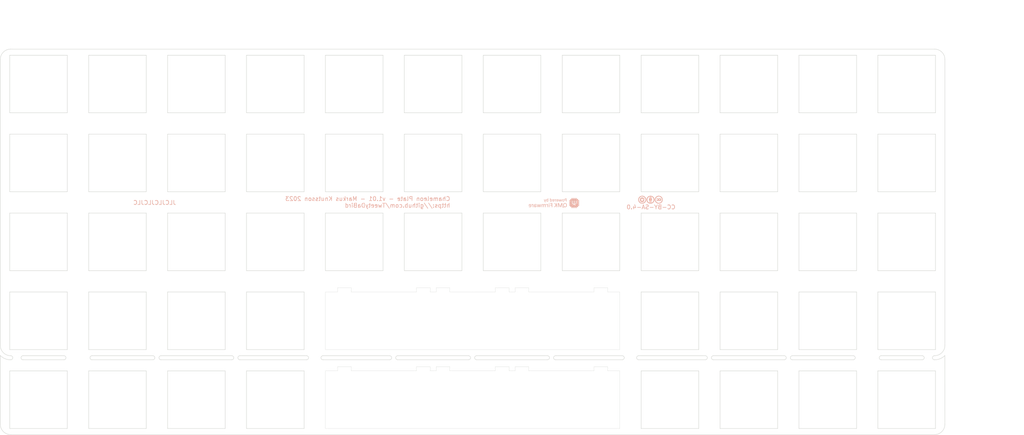
<source format=kicad_pcb>
(kicad_pcb (version 20221018) (generator pcbnew)
  (title_block (title "Chameleon Plate") (date "2023-09-24") (rev "v1.01") (company "Tweety's Wild Thinking") (comment 1 "Markus Knutsson <markus.knutsson@tweety.se>") (comment 2 "https://github.com/TweetyDaBird") (comment 3 "Licensed under Creative Commons BY-SA 4.0 International "))
  (layers (0 "F.Cu" signal) (31 "B.Cu" signal) (34 "B.Paste" user) (35 "F.Paste" user) (36 "B.SilkS" user "B.Silkscreen") (37 "F.SilkS" user "F.Silkscreen") (38 "B.Mask" user) (39 "F.Mask" user) (44 "Edge.Cuts" user))
  (net 0 "")
  (footprint "Keyboard_Plate:SW_MX_Plate_Placeholder_nodrill_NOBORDER_13,9" (layer "F.Cu") (at 61.18 92.08)
    (fp_text reference "SW26" hide)
    (fp_text value "~" hide)
    (fp_line (start -6.95 -6.95) (end -6.95 6.95) (stroke (width 0.1)) (layer "Edge.Cuts"))
    (fp_line (start -6.95 6.95) (end 6.95 6.95) (stroke (width 0.1)) (layer "Edge.Cuts"))
    (fp_line (start 6.95 -6.95) (end -6.95 -6.95) (stroke (width 0.1)) (layer "Edge.Cuts"))
    (fp_line (start 6.95 6.95) (end 6.95 -6.95) (stroke (width 0.1)) (layer "Edge.Cuts"))
  )
  (footprint "Keyboard Common:Spacer PCB hole" (layer "F.Cu") (at 51.655 63.505)
    (fp_text reference "H6" hide)
    (fp_text value "Spacer_PCB" hide)
    (pad "" np_thru_hole circle (at 0 0) (size 3.7 3.7) (drill 3.7) (layers "*.Cu" "*.Mask"))
  )
  (footprint "Keyboard_Plate:SW_MX_Plate_Placeholder_nodrill_NOBORDER_13,9" (layer "F.Cu") (at 213.58 73.03)
    (fp_text reference "SW22" hide)
    (fp_text value "~" hide)
    (fp_line (start -6.95 -6.95) (end -6.95 6.95) (stroke (width 0.1)) (layer "Edge.Cuts"))
    (fp_line (start -6.95 6.95) (end 6.95 6.95) (stroke (width 0.1)) (layer "Edge.Cuts"))
    (fp_line (start 6.95 -6.95) (end -6.95 -6.95) (stroke (width 0.1)) (layer "Edge.Cuts"))
    (fp_line (start 6.95 6.95) (end 6.95 -6.95) (stroke (width 0.1)) (layer "Edge.Cuts"))
  )
  (footprint "Keyboard_Plate:SW_MX_Plate_Placeholder_nodrill_NOBORDER_13,9" (layer "F.Cu") (at 213.58 53.98)
    (fp_text reference "SW10" hide)
    (fp_text value "~" hide)
    (fp_line (start -6.95 -6.95) (end -6.95 6.95) (stroke (width 0.1)) (layer "Edge.Cuts"))
    (fp_line (start -6.95 6.95) (end 6.95 6.95) (stroke (width 0.1)) (layer "Edge.Cuts"))
    (fp_line (start 6.95 -6.95) (end -6.95 -6.95) (stroke (width 0.1)) (layer "Edge.Cuts"))
    (fp_line (start 6.95 6.95) (end 6.95 -6.95) (stroke (width 0.1)) (layer "Edge.Cuts"))
  )
  (footprint "Keyboard_Plate:SW_MX_Plate_Placeholder_nodrill_NOBORDER_13,9" (layer "F.Cu") (at 61.18 111.13)
    (fp_text reference "SW38" hide)
    (fp_text value "~" hide)
    (fp_line (start -6.95 -6.95) (end -6.95 6.95) (stroke (width 0.1)) (layer "Edge.Cuts"))
    (fp_line (start -6.95 6.95) (end 6.95 6.95) (stroke (width 0.1)) (layer "Edge.Cuts"))
    (fp_line (start 6.95 -6.95) (end -6.95 -6.95) (stroke (width 0.1)) (layer "Edge.Cuts"))
    (fp_line (start 6.95 6.95) (end 6.95 -6.95) (stroke (width 0.1)) (layer "Edge.Cuts"))
  )
  (footprint "Keyboard_Plate:SW_MX_Plate_Placeholder_nodrill_NOBORDER_13,9" (layer "F.Cu") (at 42.13 53.98)
    (fp_text reference "SW1" hide)
    (fp_text value "~" hide)
    (fp_line (start -6.95 -6.95) (end -6.95 6.95) (stroke (width 0.1)) (layer "Edge.Cuts"))
    (fp_line (start -6.95 6.95) (end 6.95 6.95) (stroke (width 0.1)) (layer "Edge.Cuts"))
    (fp_line (start 6.95 -6.95) (end -6.95 -6.95) (stroke (width 0.1)) (layer "Edge.Cuts"))
    (fp_line (start 6.95 6.95) (end 6.95 -6.95) (stroke (width 0.1)) (layer "Edge.Cuts"))
  )
  (footprint "Keyboard_Plate:SW_MX_Plate_Placeholder_nodrill_NOBORDER_13,9" (layer "F.Cu") (at 194.53 130.18)
    (fp_text reference "SW57" hide)
    (fp_text value "~" hide)
    (fp_line (start -6.95 -6.95) (end -6.95 6.95) (stroke (width 0.1)) (layer "Edge.Cuts"))
    (fp_line (start -6.95 6.95) (end 6.95 6.95) (stroke (width 0.1)) (layer "Edge.Cuts"))
    (fp_line (start 6.95 -6.95) (end -6.95 -6.95) (stroke (width 0.1)) (layer "Edge.Cuts"))
    (fp_line (start 6.95 6.95) (end 6.95 -6.95) (stroke (width 0.1)) (layer "Edge.Cuts"))
  )
  (footprint "Keyboard_Plate:SW_MX_Plate_Placeholder_nodrill_NOBORDER_13,9" (layer "F.Cu") (at 194.53 111.13)
    (fp_text reference "SW45" hide)
    (fp_text value "~" hide)
    (fp_line (start -6.95 -6.95) (end -6.95 6.95) (stroke (width 0.1)) (layer "Edge.Cuts"))
    (fp_line (start -6.95 6.95) (end 6.95 6.95) (stroke (width 0.1)) (layer "Edge.Cuts"))
    (fp_line (start 6.95 -6.95) (end -6.95 -6.95) (stroke (width 0.1)) (layer "Edge.Cuts"))
    (fp_line (start 6.95 6.95) (end 6.95 -6.95) (stroke (width 0.1)) (layer "Edge.Cuts"))
  )
  (footprint "Keyboard_Plate:SW_MX_Plate_Placeholder_nodrill_NOBORDER_13,9" (layer "F.Cu") (at 118.33 92.08)
    (fp_text reference "SW29" hide)
    (fp_text value "~" hide)
    (fp_line (start -6.95 -6.95) (end -6.95 6.95) (stroke (width 0.1)) (layer "Edge.Cuts"))
    (fp_line (start -6.95 6.95) (end 6.95 6.95) (stroke (width 0.1)) (layer "Edge.Cuts"))
    (fp_line (start 6.95 -6.95) (end -6.95 -6.95) (stroke (width 0.1)) (layer "Edge.Cuts"))
    (fp_line (start 6.95 6.95) (end 6.95 -6.95) (stroke (width 0.1)) (layer "Edge.Cuts"))
  )
  (footprint "Keyboard_Plate:SW_MX_Plate_Placeholder_nodrill_NOBORDER_13,9" (layer "F.Cu") (at 251.68 92.08)
    (fp_text reference "SW36" hide)
    (fp_text value "~" hide)
    (fp_line (start -6.95 -6.95) (end -6.95 6.95) (stroke (width 0.1)) (layer "Edge.Cuts"))
    (fp_line (start -6.95 6.95) (end 6.95 6.95) (stroke (width 0.1)) (layer "Edge.Cuts"))
    (fp_line (start 6.95 -6.95) (end -6.95 -6.95) (stroke (width 0.1)) (layer "Edge.Cuts"))
    (fp_line (start 6.95 6.95) (end 6.95 -6.95) (stroke (width 0.1)) (layer "Edge.Cuts"))
  )
  (footprint "Keyboard_Plate:SW_MX_Plate_Placeholder_nodrill_NOBORDER_13,9" (layer "F.Cu") (at 194.53 53.98)
    (fp_text reference "SW9" hide)
    (fp_text value "~" hide)
    (fp_line (start -6.95 -6.95) (end -6.95 6.95) (stroke (width 0.1)) (layer "Edge.Cuts"))
    (fp_line (start -6.95 6.95) (end 6.95 6.95) (stroke (width 0.1)) (layer "Edge.Cuts"))
    (fp_line (start 6.95 -6.95) (end -6.95 -6.95) (stroke (width 0.1)) (layer "Edge.Cuts"))
    (fp_line (start 6.95 6.95) (end 6.95 -6.95) (stroke (width 0.1)) (layer "Edge.Cuts"))
  )
  (footprint "Keyboard_Plate:SW_MX_Plate_Placeholder_nodrill_NOBORDER_13,9" (layer "F.Cu") (at 251.68 111.13)
    (fp_text reference "SW48" hide)
    (fp_text value "~" hide)
    (fp_line (start -6.95 -6.95) (end -6.95 6.95) (stroke (width 0.1)) (layer "Edge.Cuts"))
    (fp_line (start -6.95 6.95) (end 6.95 6.95) (stroke (width 0.1)) (layer "Edge.Cuts"))
    (fp_line (start 6.95 -6.95) (end -6.95 -6.95) (stroke (width 0.1)) (layer "Edge.Cuts"))
    (fp_line (start 6.95 6.95) (end 6.95 -6.95) (stroke (width 0.1)) (layer "Edge.Cuts"))
  )
  (footprint "Keyboard_Plate:SW_MX_Plate_Placeholder_nodrill_NOBORDER_13,9" (layer "F.Cu") (at 232.63 130.18)
    (fp_text reference "SW59" hide)
    (fp_text value "~" hide)
    (fp_line (start -6.95 -6.95) (end -6.95 6.95) (stroke (width 0.1)) (layer "Edge.Cuts"))
    (fp_line (start -6.95 6.95) (end 6.95 6.95) (stroke (width 0.1)) (layer "Edge.Cuts"))
    (fp_line (start 6.95 -6.95) (end -6.95 -6.95) (stroke (width 0.1)) (layer "Edge.Cuts"))
    (fp_line (start 6.95 6.95) (end 6.95 -6.95) (stroke (width 0.1)) (layer "Edge.Cuts"))
  )
  (footprint "Keyboard Common:Spacer PCB hole" (layer "F.Cu") (at 242.155 101.605)
    (fp_text reference "H8" hide)
    (fp_text value "Spacer_PCB" hide)
    (pad "" np_thru_hole circle (at 0 0) (size 3.7 3.7) (drill 3.7) (layers "*.Cu" "*.Mask"))
  )
  (footprint "Keyboard_Plate:SW_MX_Plate_Placeholder_nodrill_NOBORDER_13,9" (layer "F.Cu") (at 137.38 92.08)
    (fp_text reference "SW30" hide)
    (fp_text value "~" hide)
    (fp_line (start -6.95 -6.95) (end -6.95 6.95) (stroke (width 0.1)) (layer "Edge.Cuts"))
    (fp_line (start -6.95 6.95) (end 6.95 6.95) (stroke (width 0.1)) (layer "Edge.Cuts"))
    (fp_line (start 6.95 -6.95) (end -6.95 -6.95) (stroke (width 0.1)) (layer "Edge.Cuts"))
    (fp_line (start 6.95 6.95) (end 6.95 -6.95) (stroke (width 0.1)) (layer "Edge.Cuts"))
  )
  (footprint "Keyboard_Plate:SW_MX_Plate_Placeholder_nodrill_NOBORDER_13,9" (layer "F.Cu") (at 156.43 73.03)
    (fp_text reference "SW19" hide)
    (fp_text value "~" hide)
    (fp_line (start -6.95 -6.95) (end -6.95 6.95) (stroke (width 0.1)) (layer "Edge.Cuts"))
    (fp_line (start -6.95 6.95) (end 6.95 6.95) (stroke (width 0.1)) (layer "Edge.Cuts"))
    (fp_line (start 6.95 -6.95) (end -6.95 -6.95) (stroke (width 0.1)) (layer "Edge.Cuts"))
    (fp_line (start 6.95 6.95) (end 6.95 -6.95) (stroke (width 0.1)) (layer "Edge.Cuts"))
  )
  (footprint "Keyboard_Plate:SW_MX_Plate_Placeholder_nodrill_NOBORDER_13,9" (layer "F.Cu") (at 175.48 53.98)
    (fp_text reference "SW8" hide)
    (fp_text value "~" hide)
    (fp_line (start -6.95 -6.95) (end -6.95 6.95) (stroke (width 0.1)) (layer "Edge.Cuts"))
    (fp_line (start -6.95 6.95) (end 6.95 6.95) (stroke (width 0.1)) (layer "Edge.Cuts"))
    (fp_line (start 6.95 -6.95) (end -6.95 -6.95) (stroke (width 0.1)) (layer "Edge.Cuts"))
    (fp_line (start 6.95 6.95) (end 6.95 -6.95) (stroke (width 0.1)) (layer "Edge.Cuts"))
  )
  (footprint "Keyboard Common:Spacer PCB hole" (layer "F.Cu") (at 242.155 82.555)
    (fp_text reference "H4" hide)
    (fp_text value "Spacer_PCB" hide)
    (pad "" np_thru_hole circle (at 0 0) (size 3.7 3.7) (drill 3.7) (layers "*.Cu" "*.Mask"))
  )
  (footprint "Keyboard_Plate:SW_MX_Plate_Placeholder_nodrill_NOBORDER_13,9" (layer "F.Cu") (at 232.63 73.03)
    (fp_text reference "SW23" hide)
    (fp_text value "~" hide)
    (fp_line (start -6.95 -6.95) (end -6.95 6.95) (stroke (width 0.1)) (layer "Edge.Cuts"))
    (fp_line (start -6.95 6.95) (end 6.95 6.95) (stroke (width 0.1)) (layer "Edge.Cuts"))
    (fp_line (start 6.95 -6.95) (end -6.95 -6.95) (stroke (width 0.1)) (layer "Edge.Cuts"))
    (fp_line (start 6.95 6.95) (end 6.95 -6.95) (stroke (width 0.1)) (layer "Edge.Cuts"))
  )
  (footprint "Keyboard_Plate:SW_MX_Plate_Placeholder_nodrill_NOBORDER_13,9" (layer "F.Cu") (at 156.43 53.98)
    (fp_text reference "SW7" hide)
    (fp_text value "~" hide)
    (fp_line (start -6.95 -6.95) (end -6.95 6.95) (stroke (width 0.1)) (layer "Edge.Cuts"))
    (fp_line (start -6.95 6.95) (end 6.95 6.95) (stroke (width 0.1)) (layer "Edge.Cuts"))
    (fp_line (start 6.95 -6.95) (end -6.95 -6.95) (stroke (width 0.1)) (layer "Edge.Cuts"))
    (fp_line (start 6.95 6.95) (end 6.95 -6.95) (stroke (width 0.1)) (layer "Edge.Cuts"))
  )
  (footprint "Keyboard_Plate:SW_MX_Plate_Placeholder_nodrill_NOBORDER_13,9" (layer "F.Cu") (at 80.23 130.18)
    (fp_text reference "SW51" hide)
    (fp_text value "~" hide)
    (fp_line (start -6.95 -6.95) (end -6.95 6.95) (stroke (width 0.1)) (layer "Edge.Cuts"))
    (fp_line (start -6.95 6.95) (end 6.95 6.95) (stroke (width 0.1)) (layer "Edge.Cuts"))
    (fp_line (start 6.95 -6.95) (end -6.95 -6.95) (stroke (width 0.1)) (layer "Edge.Cuts"))
    (fp_line (start 6.95 6.95) (end 6.95 -6.95) (stroke (width 0.1)) (layer "Edge.Cuts"))
  )
  (footprint "Keyboard_Plate:SW_MX_Plate_Placeholder_nodrill_NOBORDER_13,9" (layer "F.Cu") (at 118.33 53.98)
    (fp_text reference "SW5" hide)
    (fp_text value "~" hide)
    (fp_line (start -6.95 -6.95) (end -6.95 6.95) (stroke (width 0.1)) (layer "Edge.Cuts"))
    (fp_line (start -6.95 6.95) (end 6.95 6.95) (stroke (width 0.1)) (layer "Edge.Cuts"))
    (fp_line (start 6.95 -6.95) (end -6.95 -6.95) (stroke (width 0.1)) (layer "Edge.Cuts"))
    (fp_line (start 6.95 6.95) (end 6.95 -6.95) (stroke (width 0.1)) (layer "Edge.Cuts"))
  )
  (footprint "Keyboard_Plate:SW_MX_Plate_Placeholder_nodrill_NOBORDER_13,9" (layer "F.Cu") (at 213.58 92.08)
    (fp_text reference "SW34" hide)
    (fp_text value "~" hide)
    (fp_line (start -6.95 -6.95) (end -6.95 6.95) (stroke (width 0.1)) (layer "Edge.Cuts"))
    (fp_line (start -6.95 6.95) (end 6.95 6.95) (stroke (width 0.1)) (layer "Edge.Cuts"))
    (fp_line (start 6.95 -6.95) (end -6.95 -6.95) (stroke (width 0.1)) (layer "Edge.Cuts"))
    (fp_line (start 6.95 6.95) (end 6.95 -6.95) (stroke (width 0.1)) (layer "Edge.Cuts"))
  )
  (footprint "Keyboard_Plate:SW_MX_Plate_Placeholder_nodrill_NOBORDER_13,9" (layer "F.Cu") (at 42.13 92.08)
    (fp_text reference "SW25" hide)
    (fp_text value "~" hide)
    (fp_line (start -6.95 -6.95) (end -6.95 6.95) (stroke (width 0.1)) (layer "Edge.Cuts"))
    (fp_line (start -6.95 6.95) (end 6.95 6.95) (stroke (width 0.1)) (layer "Edge.Cuts"))
    (fp_line (start 6.95 -6.95) (end -6.95 -6.95) (stroke (width 0.1)) (layer "Edge.Cuts"))
    (fp_line (start 6.95 6.95) (end 6.95 -6.95) (stroke (width 0.1)) (layer "Edge.Cuts"))
  )
  (footprint "Keyboard_Plate:SW_MX_Plate_Placeholder_nodrill_NOBORDER_13,9" (layer "F.Cu") (at 137.38 53.98)
    (fp_text reference "SW6" hide)
    (fp_text value "~" hide)
    (fp_line (start -6.95 -6.95) (end -6.95 6.95) (stroke (width 0.1)) (layer "Edge.Cuts"))
    (fp_line (start -6.95 6.95) (end 6.95 6.95) (stroke (width 0.1)) (layer "Edge.Cuts"))
    (fp_line (start 6.95 -6.95) (end -6.95 -6.95) (stroke (width 0.1)) (layer "Edge.Cuts"))
    (fp_line (start 6.95 6.95) (end 6.95 -6.95) (stroke (width 0.1)) (layer "Edge.Cuts"))
  )
  (footprint "Keyboard_Plate:SW_MX_Plate_Placeholder_nodrill_NOBORDER_13,9" (layer "F.Cu") (at 42.13 111.13)
    (fp_text reference "SW37" hide)
    (fp_text value "~" hide)
    (fp_line (start -6.95 -6.95) (end -6.95 6.95) (stroke (width 0.1)) (layer "Edge.Cuts"))
    (fp_line (start -6.95 6.95) (end 6.95 6.95) (stroke (width 0.1)) (layer "Edge.Cuts"))
    (fp_line (start 6.95 -6.95) (end -6.95 -6.95) (stroke (width 0.1)) (layer "Edge.Cuts"))
    (fp_line (start 6.95 6.95) (end 6.95 -6.95) (stroke (width 0.1)) (layer "Edge.Cuts"))
  )
  (footprint "Keyboard_Plate:SW_MX_Plate_Placeholder_nodrill_NOBORDER_13,9" (layer "F.Cu") (at 213.58 130.18)
    (fp_text reference "SW58" hide)
    (fp_text value "~" hide)
    (fp_line (start -6.95 -6.95) (end -6.95 6.95) (stroke (width 0.1)) (layer "Edge.Cuts"))
    (fp_line (start -6.95 6.95) (end 6.95 6.95) (stroke (width 0.1)) (layer "Edge.Cuts"))
    (fp_line (start 6.95 -6.95) (end -6.95 -6.95) (stroke (width 0.1)) (layer "Edge.Cuts"))
    (fp_line (start 6.95 6.95) (end 6.95 -6.95) (stroke (width 0.1)) (layer "Edge.Cuts"))
  )
  (footprint "Keyboard_Plate:SW_MX_Plate_Placeholder_nodrill_NOBORDER_13,9" (layer "F.Cu") (at 175.48 73.03)
    (fp_text reference "SW20" hide)
    (fp_text value "~" hide)
    (fp_line (start -6.95 -6.95) (end -6.95 6.95) (stroke (width 0.1)) (layer "Edge.Cuts"))
    (fp_line (start -6.95 6.95) (end 6.95 6.95) (stroke (width 0.1)) (layer "Edge.Cuts"))
    (fp_line (start 6.95 -6.95) (end -6.95 -6.95) (stroke (width 0.1)) (layer "Edge.Cuts"))
    (fp_line (start 6.95 6.95) (end 6.95 -6.95) (stroke (width 0.1)) (layer "Edge.Cuts"))
  )
  (footprint "Keyboard_Plate:SW_MX_Plate_Placeholder_nodrill_NOBORDER_13,9" (layer "F.Cu") (at 251.68 73.03)
    (fp_text reference "SW24" hide)
    (fp_text value "~" hide)
    (fp_line (start -6.95 -6.95) (end -6.95 6.95) (stroke (width 0.1)) (layer "Edge.Cuts"))
    (fp_line (start -6.95 6.95) (end 6.95 6.95) (stroke (width 0.1)) (layer "Edge.Cuts"))
    (fp_line (start 6.95 -6.95) (end -6.95 -6.95) (stroke (width 0.1)) (layer "Edge.Cuts"))
    (fp_line (start 6.95 6.95) (end 6.95 -6.95) (stroke (width 0.1)) (layer "Edge.Cuts"))
  )
  (footprint "Keyboard_Plate:SW_MX_Plate_Placeholder_nodrill_NOBORDER_13,9" (layer "F.Cu") (at 61.18 130.18)
    (fp_text reference "SW50" hide)
    (fp_text value "~" hide)
    (fp_line (start -6.95 -6.95) (end -6.95 6.95) (stroke (width 0.1)) (layer "Edge.Cuts"))
    (fp_line (start -6.95 6.95) (end 6.95 6.95) (stroke (width 0.1)) (layer "Edge.Cuts"))
    (fp_line (start 6.95 -6.95) (end -6.95 -6.95) (stroke (width 0.1)) (layer "Edge.Cuts"))
    (fp_line (start 6.95 6.95) (end 6.95 -6.95) (stroke (width 0.1)) (layer "Edge.Cuts"))
  )
  (footprint "Keyboard_Plate:SW_MX_Plate_Placeholder_nodrill_NOBORDER_13,9" (layer "F.Cu") (at 232.63 53.98)
    (fp_text reference "SW11" hide)
    (fp_text value "~" hide)
    (fp_line (start -6.95 -6.95) (end -6.95 6.95) (stroke (width 0.1)) (layer "Edge.Cuts"))
    (fp_line (start -6.95 6.95) (end 6.95 6.95) (stroke (width 0.1)) (layer "Edge.Cuts"))
    (fp_line (start 6.95 -6.95) (end -6.95 -6.95) (stroke (width 0.1)) (layer "Edge.Cuts"))
    (fp_line (start 6.95 6.95) (end 6.95 -6.95) (stroke (width 0.1)) (layer "Edge.Cuts"))
  )
  (footprint "Keyboard Common:Spacer PCB hole" (layer "F.Cu") (at 51.655 82.555)
    (fp_text reference "H1" hide)
    (fp_text value "Spacer_PCB" hide)
    (pad "" np_thru_hole circle (at 0 0) (size 3.7 3.7) (drill 3.7) (layers "*.Cu" "*.Mask"))
  )
  (footprint "Keyboard_Plate:SW_MX_Plate_Placeholder_nodrill_NOBORDER_13,9" (layer "F.Cu") (at 137.38 73.03)
    (fp_text reference "SW18" hide)
    (fp_text value "~" hide)
    (fp_line (start -6.95 -6.95) (end -6.95 6.95) (stroke (width 0.1)) (layer "Edge.Cuts"))
    (fp_line (start -6.95 6.95) (end 6.95 6.95) (stroke (width 0.1)) (layer "Edge.Cuts"))
    (fp_line (start 6.95 -6.95) (end -6.95 -6.95) (stroke (width 0.1)) (layer "Edge.Cuts"))
    (fp_line (start 6.95 6.95) (end 6.95 -6.95) (stroke (width 0.1)) (layer "Edge.Cuts"))
  )
  (footprint "Keyboard_Plate:SW_MX_Plate_Placeholder_nodrill_NOBORDER_13,9" (layer "F.Cu") (at 80.23 111.13)
    (fp_text reference "SW39" hide)
    (fp_text value "~" hide)
    (fp_line (start -6.95 -6.95) (end -6.95 6.95) (stroke (width 0.1)) (layer "Edge.Cuts"))
    (fp_line (start -6.95 6.95) (end 6.95 6.95) (stroke (width 0.1)) (layer "Edge.Cuts"))
    (fp_line (start 6.95 -6.95) (end -6.95 -6.95) (stroke (width 0.1)) (layer "Edge.Cuts"))
    (fp_line (start 6.95 6.95) (end 6.95 -6.95) (stroke (width 0.1)) (layer "Edge.Cuts"))
  )
  (footprint "Keyboard_Plate:SW_MX_Plate_Placeholder_nodrill_NOBORDER_13,9" (layer "F.Cu") (at 99.28 73.03)
    (fp_text reference "SW16" hide)
    (fp_text value "~" hide)
    (fp_line (start -6.95 -6.95) (end -6.95 6.95) (stroke (width 0.1)) (layer "Edge.Cuts"))
    (fp_line (start -6.95 6.95) (end 6.95 6.95) (stroke (width 0.1)) (layer "Edge.Cuts"))
    (fp_line (start 6.95 -6.95) (end -6.95 -6.95) (stroke (width 0.1)) (layer "Edge.Cuts"))
    (fp_line (start 6.95 6.95) (end 6.95 -6.95) (stroke (width 0.1)) (layer "Edge.Cuts"))
  )
  (footprint "Keyboard Common:Spacer PCB hole" (layer "F.Cu") (at 51.655 120.655)
    (fp_text reference "H2" hide)
    (fp_text value "Spacer_PCB" hide)
    (pad "" np_thru_hole circle (at 0 0) (size 3.7 3.7) (drill 3.7) (layers "*.Cu" "*.Mask"))
  )
  (footprint "Keyboard Common:Spacer PCB hole" (layer "F.Cu") (at 242.155 120.655)
    (fp_text reference "H5" hide)
    (fp_text value "Spacer_PCB" hide)
    (pad "" np_thru_hole circle (at 0 0) (size 3.7 3.7) (drill 3.7) (layers "*.Cu" "*.Mask"))
  )
  (footprint "Keyboard_Plate:SW_MX_Plate_Placeholder_nodrill_NOBORDER_13,9" (layer "F.Cu") (at 175.48 92.08)
    (fp_text reference "SW32" hide)
    (fp_text value "~" hide)
    (fp_line (start -6.95 -6.95) (end -6.95 6.95) (stroke (width 0.1)) (layer "Edge.Cuts"))
    (fp_line (start -6.95 6.95) (end 6.95 6.95) (stroke (width 0.1)) (layer "Edge.Cuts"))
    (fp_line (start 6.95 -6.95) (end -6.95 -6.95) (stroke (width 0.1)) (layer "Edge.Cuts"))
    (fp_line (start 6.95 6.95) (end 6.95 -6.95) (stroke (width 0.1)) (layer "Edge.Cuts"))
  )
  (footprint "Keyboard_Plate:SW_MX_Plate_Placeholder_nodrill_NOBORDER_13,9" (layer "F.Cu") (at 232.63 111.13)
    (fp_text reference "SW47" hide)
    (fp_text value "~" hide)
    (fp_line (start -6.95 -6.95) (end -6.95 6.95) (stroke (width 0.1)) (layer "Edge.Cuts"))
    (fp_line (start -6.95 6.95) (end 6.95 6.95) (stroke (width 0.1)) (layer "Edge.Cuts"))
    (fp_line (start 6.95 -6.95) (end -6.95 -6.95) (stroke (width 0.1)) (layer "Edge.Cuts"))
    (fp_line (start 6.95 6.95) (end 6.95 -6.95) (stroke (width 0.1)) (layer "Edge.Cuts"))
  )
  (footprint "Keyboard_Plate:SW_MX_Plate_Placeholder_nodrill_NOBORDER_13,9" (layer "F.Cu") (at 42.13 130.18)
    (fp_text reference "SW49" hide)
    (fp_text value "~" hide)
    (fp_line (start -6.95 -6.95) (end -6.95 6.95) (stroke (width 0.1)) (layer "Edge.Cuts"))
    (fp_line (start -6.95 6.95) (end 6.95 6.95) (stroke (width 0.1)) (layer "Edge.Cuts"))
    (fp_line (start 6.95 -6.95) (end -6.95 -6.95) (stroke (width 0.1)) (layer "Edge.Cuts"))
    (fp_line (start 6.95 6.95) (end 6.95 -6.95) (stroke (width 0.1)) (layer "Edge.Cuts"))
  )
  (footprint "Keyboard_Plate:SW_MX_Plate_Placeholder_nodrill_NOBORDER_13,9" (layer "F.Cu") (at 194.53 92.08)
    (fp_text reference "SW33" hide)
    (fp_text value "~" hide)
    (fp_line (start -6.95 -6.95) (end -6.95 6.95) (stroke (width 0.1)) (layer "Edge.Cuts"))
    (fp_line (start -6.95 6.95) (end 6.95 6.95) (stroke (width 0.1)) (layer "Edge.Cuts"))
    (fp_line (start 6.95 -6.95) (end -6.95 -6.95) (stroke (width 0.1)) (layer "Edge.Cuts"))
    (fp_line (start 6.95 6.95) (end 6.95 -6.95) (stroke (width 0.1)) (layer "Edge.Cuts"))
  )
  (footprint "Keyboard Common:Spacer PCB hole" (layer "F.Cu") (at 51.655 101.605)
    (fp_text reference "H10" hide)
    (fp_text value "Spacer_PCB" hide)
    (pad "" np_thru_hole circle (at 0 0) (size 3.7 3.7) (drill 3.7) (layers "*.Cu" "*.Mask"))
  )
  (footprint "Keyboard_Plate:SW_MX_Plate_Placeholder_nodrill_NOBORDER_13,9" (layer "F.Cu") (at 99.28 92.08)
    (fp_text reference "SW28" hide)
    (fp_text value "~" hide)
    (fp_line (start -6.95 -6.95) (end -6.95 6.95) (stroke (width 0.1)) (layer "Edge.Cuts"))
    (fp_line (start -6.95 6.95) (end 6.95 6.95) (stroke (width 0.1)) (layer "Edge.Cuts"))
    (fp_line (start 6.95 -6.95) (end -6.95 -6.95) (stroke (width 0.1)) (layer "Edge.Cuts"))
    (fp_line (start 6.95 6.95) (end 6.95 -6.95) (stroke (width 0.1)) (layer "Edge.Cuts"))
  )
  (footprint "Keyboard_Plate:SW_MX_Plate_Placeholder_nodrill_NOBORDER_13,9" (layer "F.Cu") (at 251.68 130.18)
    (fp_text reference "SW60" hide)
    (fp_text value "~" hide)
    (fp_line (start -6.95 -6.95) (end -6.95 6.95) (stroke (width 0.1)) (layer "Edge.Cuts"))
    (fp_line (start -6.95 6.95) (end 6.95 6.95) (stroke (width 0.1)) (layer "Edge.Cuts"))
    (fp_line (start 6.95 -6.95) (end -6.95 -6.95) (stroke (width 0.1)) (layer "Edge.Cuts"))
    (fp_line (start 6.95 6.95) (end 6.95 -6.95) (stroke (width 0.1)) (layer "Edge.Cuts"))
  )
  (footprint "Keyboard Common:Spacer PCB hole" (layer "F.Cu") (at 242.155 63.505)
    (fp_text reference "H7" hide)
    (fp_text value "Spacer_PCB" hide)
    (pad "" np_thru_hole circle (at 0 0) (size 3.7 3.7) (drill 3.7) (layers "*.Cu" "*.Mask"))
  )
  (footprint "Keyboard_Plate:SW_MX_Plate_Placeholder_nodrill_NOBORDER_13,9" (layer "F.Cu") (at 61.18 73.03)
    (fp_text reference "SW14" hide)
    (fp_text value "~" hide)
    (fp_line (start -6.95 -6.95) (end -6.95 6.95) (stroke (width 0.1)) (layer "Edge.Cuts"))
    (fp_line (start -6.95 6.95) (end 6.95 6.95) (stroke (width 0.1)) (layer "Edge.Cuts"))
    (fp_line (start 6.95 -6.95) (end -6.95 -6.95) (stroke (width 0.1)) (layer "Edge.Cuts"))
    (fp_line (start 6.95 6.95) (end 6.95 -6.95) (stroke (width 0.1)) (layer "Edge.Cuts"))
  )
  (footprint "Keyboard_Plate:SW_MX_Plate_Placeholder_nodrill_NOBORDER_13,9" (layer "F.Cu") (at 251.68 53.98)
    (fp_text reference "SW12" hide)
    (fp_text value "~" hide)
    (fp_line (start -6.95 -6.95) (end -6.95 6.95) (stroke (width 0.1)) (layer "Edge.Cuts"))
    (fp_line (start -6.95 6.95) (end 6.95 6.95) (stroke (width 0.1)) (layer "Edge.Cuts"))
    (fp_line (start 6.95 -6.95) (end -6.95 -6.95) (stroke (width 0.1)) (layer "Edge.Cuts"))
    (fp_line (start 6.95 6.95) (end 6.95 -6.95) (stroke (width 0.1)) (layer "Edge.Cuts"))
  )
  (footprint "Keyboard_Plate:Special 4u center" (layer "F.Cu") (at 146.905 130.18 180)
    (fp_text reference "SW62" hide)
    (fp_text value "~")
    (fp_line (start -35.525 -6.95) (end -35.525 6.95) (stroke (width 0.05)) (layer "Edge.Cuts"))
    (fp_line (start -35.525 -6.95) (end 35.525 -6.95) (stroke (width 0.05)) (layer "Edge.Cuts"))
    (fp_line (start -35.525 6.95) (end -32.6 6.95) (stroke (width 0.05)) (layer "Edge.Cuts"))
    (fp_line (start -32.6 7.97) (end -32.6 6.95) (stroke (width 0.05)) (layer "Edge.Cuts"))
    (fp_line (start -29.3 6.95) (end -13.55 6.95) (stroke (width 0.05)) (layer "Edge.Cuts"))
    (fp_line (start -29.3 7.97) (end -32.6 7.97) (stroke (width 0.05)) (layer "Edge.Cuts"))
    (fp_line (start -29.3 7.97) (end -29.3 6.95) (stroke (width 0.05)) (layer "Edge.Cuts"))
    (fp_line (start -13.55 7.97) (end -13.55 6.95) (stroke (width 0.05)) (layer "Edge.Cuts"))
    (fp_line (start -10.25 7.97) (end -13.55 7.97) (stroke (width 0.05)) (layer "Edge.Cuts"))
    (fp_line (start -10.25 7.97) (end -10.25 6.95) (stroke (width 0.05)) (layer "Edge.Cuts"))
    (fp_line (start -8.8 6.95) (end -10.25 6.95) (stroke (width 0.05)) (layer "Edge.Cuts"))
    (fp_line (start -8.8 7.97) (end -8.8 6.95) (stroke (width 0.05)) (layer "Edge.Cuts"))
    (fp_line (start -8.8 7.97) (end -5.5 7.97) (stroke (width 0.05)) (layer "Edge.Cuts"))
    (fp_line (start -5.5 6.95) (end 5.5 6.95) (stroke (width 0.05)) (layer "Edge.Cuts"))
    (fp_line (start -5.5 7.97) (end -5.5 6.95) (stroke (width 0.05)) (layer "Edge.Cuts"))
    (fp_line (start 5.5 7.97) (end 5.5 6.95) (stroke (width 0.05)) (layer "Edge.Cuts"))
    (fp_line (start 5.5 7.97) (end 8.8 7.97) (stroke (width 0.05)) (layer "Edge.Cuts"))
    (fp_line (start 8.8 7.97) (end 8.8 6.95) (stroke (width 0.05)) (layer "Edge.Cuts"))
    (fp_line (start 10.25 6.95) (end 8.8 6.95) (stroke (width 0.05)) (layer "Edge.Cuts"))
    (fp_line (start 10.25 7.97) (end 10.25 6.95) (stroke (width 0.05)) (layer "Edge.Cuts"))
    (fp_line (start 10.25 7.97) (end 13.55 7.97) (stroke (width 0.05)) (layer "Edge.Cuts"))
    (fp_line (start 13.55 6.95) (end 29.3 6.95) (stroke (width 0.05)) (layer "Edge.Cuts"))
    (fp_line (start 13.55 7.97) (end 13.55 6.95) (stroke (width 0.05)) (layer "Edge.Cuts"))
    (fp_line (start 29.3 7.97) (end 29.3 6.95) (stroke (width 0.05)) (layer "Edge.Cuts"))
    (fp_line (start 29.3 7.97) (end 32.6 7.97) (stroke (width 0.05)) (layer "Edge.Cuts"))
    (fp_line (start 32.6 7.97) (end 32.6 6.95) (stroke (width 0.05)) (layer "Edge.Cuts"))
    (fp_line (start 35.525 6.95) (end 32.6 6.95) (stroke (width 0.05)) (layer "Edge.Cuts"))
    (fp_line (start 35.525 6.95) (end 35.525 -6.95) (stroke (width 0.05)) (layer "Edge.Cuts"))
  )
  (footprint "Keyboard_Plate:SW_MX_Plate_Placeholder_nodrill_NOBORDER_13,9" (layer "F.Cu") (at 80.23 53.98 180)
    (fp_text reference "SW3" hide)
    (fp_text value "~" hide)
    (fp_line (start -6.95 -6.95) (end -6.95 6.95) (stroke (width 0.1)) (layer "Edge.Cuts"))
    (fp_line (start -6.95 6.95) (end 6.95 6.95) (stroke (width 0.1)) (layer "Edge.Cuts"))
    (fp_line (start 6.95 -6.95) (end -6.95 -6.95) (stroke (width 0.1)) (layer "Edge.Cuts"))
    (fp_line (start 6.95 6.95) (end 6.95 -6.95) (stroke (width 0.1)) (layer "Edge.Cuts"))
  )
  (footprint "Keyboard_Plate:SW_MX_Plate_Placeholder_nodrill_NOBORDER_13,9" (layer "F.Cu") (at 42.13 73.03)
    (fp_text reference "SW13" hide)
    (fp_text value "~" hide)
    (fp_line (start -6.95 -6.95) (end -6.95 6.95) (stroke (width 0.1)) (layer "Edge.Cuts"))
    (fp_line (start -6.95 6.95) (end 6.95 6.95) (stroke (width 0.1)) (layer "Edge.Cuts"))
    (fp_line (start 6.95 -6.95) (end -6.95 -6.95) (stroke (width 0.1)) (layer "Edge.Cuts"))
    (fp_line (start 6.95 6.95) (end 6.95 -6.95) (stroke (width 0.1)) (layer "Edge.Cuts"))
  )
  (footprint "Keyboard_Plate:SW_MX_Plate_Placeholder_nodrill_NOBORDER_13,9" (layer "F.Cu") (at 61.18 53.98 180)
    (fp_text reference "SW2" hide)
    (fp_text value "~" hide)
    (fp_line (start -6.95 -6.95) (end -6.95 6.95) (stroke (width 0.1)) (layer "Edge.Cuts"))
    (fp_line (start -6.95 6.95) (end 6.95 6.95) (stroke (width 0.1)) (layer "Edge.Cuts"))
    (fp_line (start 6.95 -6.95) (end -6.95 -6.95) (stroke (width 0.1)) (layer "Edge.Cuts"))
    (fp_line (start 6.95 6.95) (end 6.95 -6.95) (stroke (width 0.1)) (layer "Edge.Cuts"))
  )
  (footprint "Keyboard_Plate:SW_MX_Plate_Placeholder_nodrill_NOBORDER_13,9" (layer "F.Cu") (at 194.53 73.03)
    (fp_text reference "SW21" hide)
    (fp_text value "~" hide)
    (fp_line (start -6.95 -6.95) (end -6.95 6.95) (stroke (width 0.1)) (layer "Edge.Cuts"))
    (fp_line (start -6.95 6.95) (end 6.95 6.95) (stroke (width 0.1)) (layer "Edge.Cuts"))
    (fp_line (start 6.95 -6.95) (end -6.95 -6.95) (stroke (width 0.1)) (layer "Edge.Cuts"))
    (fp_line (start 6.95 6.95) (end 6.95 -6.95) (stroke (width 0.1)) (layer "Edge.Cuts"))
  )
  (footprint "Keyboard_Plate:Special 4u center" (layer "F.Cu") (at 146.905 111.13 180)
    (fp_text reference "SW65" hide)
    (fp_text value "~")
    (fp_line (start -35.525 -6.95) (end -35.525 6.95) (stroke (width 0.05)) (layer "Edge.Cuts"))
    (fp_line (start -35.525 -6.95) (end 35.525 -6.95) (stroke (width 0.05)) (layer "Edge.Cuts"))
    (fp_line (start -35.525 6.95) (end -32.6 6.95) (stroke (width 0.05)) (layer "Edge.Cuts"))
    (fp_line (start -32.6 7.97) (end -32.6 6.95) (stroke (width 0.05)) (layer "Edge.Cuts"))
    (fp_line (start -29.3 6.95) (end -13.55 6.95) (stroke (width 0.05)) (layer "Edge.Cuts"))
    (fp_line (start -29.3 7.97) (end -32.6 7.97) (stroke (width 0.05)) (layer "Edge.Cuts"))
    (fp_line (start -29.3 7.97) (end -29.3 6.95) (stroke (width 0.05)) (layer "Edge.Cuts"))
    (fp_line (start -13.55 7.97) (end -13.55 6.95) (stroke (width 0.05)) (layer "Edge.Cuts"))
    (fp_line (start -10.25 7.97) (end -13.55 7.97) (stroke (width 0.05)) (layer "Edge.Cuts"))
    (fp_line (start -10.25 7.97) (end -10.25 6.95) (stroke (width 0.05)) (layer "Edge.Cuts"))
    (fp_line (start -8.8 6.95) (end -10.25 6.95) (stroke (width 0.05)) (layer "Edge.Cuts"))
    (fp_line (start -8.8 7.97) (end -8.8 6.95) (stroke (width 0.05)) (layer "Edge.Cuts"))
    (fp_line (start -8.8 7.97) (end -5.5 7.97) (stroke (width 0.05)) (layer "Edge.Cuts"))
    (fp_line (start -5.5 6.95) (end 5.5 6.95) (stroke (width 0.05)) (layer "Edge.Cuts"))
    (fp_line (start -5.5 7.97) (end -5.5 6.95) (stroke (width 0.05)) (layer "Edge.Cuts"))
    (fp_line (start 5.5 7.97) (end 5.5 6.95) (stroke (width 0.05)) (layer "Edge.Cuts"))
    (fp_line (start 5.5 7.97) (end 8.8 7.97) (stroke (width 0.05)) (layer "Edge.Cuts"))
    (fp_line (start 8.8 7.97) (end 8.8 6.95) (stroke (width 0.05)) (layer "Edge.Cuts"))
    (fp_line (start 10.25 6.95) (end 8.8 6.95) (stroke (width 0.05)) (layer "Edge.Cuts"))
    (fp_line (start 10.25 7.97) (end 10.25 6.95) (stroke (width 0.05)) (layer "Edge.Cuts"))
    (fp_line (start 10.25 7.97) (end 13.55 7.97) (stroke (width 0.05)) (layer "Edge.Cuts"))
    (fp_line (start 13.55 6.95) (end 29.3 6.95) (stroke (width 0.05)) (layer "Edge.Cuts"))
    (fp_line (start 13.55 7.97) (end 13.55 6.95) (stroke (width 0.05)) (layer "Edge.Cuts"))
    (fp_line (start 29.3 7.97) (end 29.3 6.95) (stroke (width 0.05)) (layer "Edge.Cuts"))
    (fp_line (start 29.3 7.97) (end 32.6 7.97) (stroke (width 0.05)) (layer "Edge.Cuts"))
    (fp_line (start 32.6 7.97) (end 32.6 6.95) (stroke (width 0.05)) (layer "Edge.Cuts"))
    (fp_line (start 35.525 6.95) (end 32.6 6.95) (stroke (width 0.05)) (layer "Edge.Cuts"))
    (fp_line (start 35.525 6.95) (end 35.525 -6.95) (stroke (width 0.05)) (layer "Edge.Cuts"))
  )
  (footprint "Keyboard_Plate:SW_MX_Plate_Placeholder_nodrill_NOBORDER_13,9" (layer "F.Cu") (at 213.58 111.13)
    (fp_text reference "SW46" hide)
    (fp_text value "~" hide)
    (fp_line (start -6.95 -6.95) (end -6.95 6.95) (stroke (width 0.1)) (layer "Edge.Cuts"))
    (fp_line (start -6.95 6.95) (end 6.95 6.95) (stroke (width 0.1)) (layer "Edge.Cuts"))
    (fp_line (start 6.95 -6.95) (end -6.95 -6.95) (stroke (width 0.1)) (layer "Edge.Cuts"))
    (fp_line (start 6.95 6.95) (end 6.95 -6.95) (stroke (width 0.1)) (layer "Edge.Cuts"))
  )
  (footprint "Keyboard_Plate:SW_MX_Plate_Placeholder_nodrill_NOBORDER_13,9" (layer "F.Cu") (at 118.33 73.03)
    (fp_text reference "SW17" hide)
    (fp_text value "~" hide)
    (fp_line (start -6.95 -6.95) (end -6.95 6.95) (stroke (width 0.1)) (layer "Edge.Cuts"))
    (fp_line (start -6.95 6.95) (end 6.95 6.95) (stroke (width 0.1)) (layer "Edge.Cuts"))
    (fp_line (start 6.95 -6.95) (end -6.95 -6.95) (stroke (width 0.1)) (layer "Edge.Cuts"))
    (fp_line (start 6.95 6.95) (end 6.95 -6.95) (stroke (width 0.1)) (layer "Edge.Cuts"))
  )
  (footprint "Keyboard_Plate:SW_MX_Plate_Placeholder_nodrill_NOBORDER_13,9" (layer "F.Cu") (at 80.23 92.08)
    (fp_text reference "SW27" hide)
    (fp_text value "~" hide)
    (fp_line (start -6.95 -6.95) (end -6.95 6.95) (stroke (width 0.1)) (layer "Edge.Cuts"))
    (fp_line (start -6.95 6.95) (end 6.95 6.95) (stroke (width 0.1)) (layer "Edge.Cuts"))
    (fp_line (start 6.95 -6.95) (end -6.95 -6.95) (stroke (width 0.1)) (layer "Edge.Cuts"))
    (fp_line (start 6.95 6.95) (end 6.95 -6.95) (stroke (width 0.1)) (layer "Edge.Cuts"))
  )
  (footprint "Keyboard_Plate:SW_MX_Plate_Placeholder_nodrill_NOBORDER_13,9" (layer "F.Cu") (at 99.28 111.13)
    (fp_text reference "SW40" hide)
    (fp_text value "~" hide)
    (fp_line (start -6.95 -6.95) (end -6.95 6.95) (stroke (width 0.1)) (layer "Edge.Cuts"))
    (fp_line (start -6.95 6.95) (end 6.95 6.95) (stroke (width 0.1)) (layer "Edge.Cuts"))
    (fp_line (start 6.95 -6.95) (end -6.95 -6.95) (stroke (width 0.1)) (layer "Edge.Cuts"))
    (fp_line (start 6.95 6.95) (end 6.95 -6.95) (stroke (width 0.1)) (layer "Edge.Cuts"))
  )
  (footprint "Keyboard Common:Spacer PCB hole" (layer "F.Cu") (at 146.905 82.555)
    (fp_text reference "H9" hide)
    (fp_text value "Spacer_PCB" hide)
    (pad "" np_thru_hole circle (at 0 0) (size 3.7 3.7) (drill 3.7) (layers "*.Cu" "*.Mask"))
  )
  (footprint "Keyboard_Plate:SW_MX_Plate_Placeholder_nodrill_NOBORDER_13,9" (layer "F.Cu") (at 232.63 92.08)
    (fp_text reference "SW35" hide)
    (fp_text value "~" hide)
    (fp_line (start -6.95 -6.95) (end -6.95 6.95) (stroke (width 0.1)) (layer "Edge.Cuts"))
    (fp_line (start -6.95 6.95) (end 6.95 6.95) (stroke (width 0.1)) (layer "Edge.Cuts"))
    (fp_line (start 6.95 -6.95) (end -6.95 -6.95) (stroke (width 0.1)) (layer "Edge.Cuts"))
    (fp_line (start 6.95 6.95) (end 6.95 -6.95) (stroke (width 0.1)) (layer "Edge.Cuts"))
  )
  (footprint "Keyboard Common:Spacer PCB hole" (layer "F.Cu") (at 146.905 101.605)
    (fp_text reference "H3" hide)
    (fp_text value "Spacer_PCB" hide)
    (pad "" np_thru_hole circle (at 0 0) (size 3.7 3.7) (drill 3.7) (layers "*.Cu" "*.Mask"))
  )
  (footprint "Keyboard_Plate:SW_MX_Plate_Placeholder_nodrill_NOBORDER_13,9" (layer "F.Cu") (at 99.28 53.98)
    (fp_text reference "SW4" hide)
    (fp_text value "~" hide)
    (fp_line (start -6.95 -6.95) (end -6.95 6.95) (stroke (width 0.1)) (layer "Edge.Cuts"))
    (fp_line (start -6.95 6.95) (end 6.95 6.95) (stroke (width 0.1)) (layer "Edge.Cuts"))
    (fp_line (start 6.95 -6.95) (end -6.95 -6.95) (stroke (width 0.1)) (layer "Edge.Cuts"))
    (fp_line (start 6.95 6.95) (end 6.95 -6.95) (stroke (width 0.1)) (layer "Edge.Cuts"))
  )
  (footprint "Keyboard_Plate:SW_MX_Plate_Placeholder_nodrill_NOBORDER_13,9" (layer "F.Cu") (at 80.23 73.03)
    (fp_text reference "SW15" hide)
    (fp_text value "~" hide)
    (fp_line (start -6.95 -6.95) (end -6.95 6.95) (stroke (width 0.1)) (layer "Edge.Cuts"))
    (fp_line (start -6.95 6.95) (end 6.95 6.95) (stroke (width 0.1)) (layer "Edge.Cuts"))
    (fp_line (start 6.95 -6.95) (end -6.95 -6.95) (stroke (width 0.1)) (layer "Edge.Cuts"))
    (fp_line (start 6.95 6.95) (end 6.95 -6.95) (stroke (width 0.1)) (layer "Edge.Cuts"))
  )
  (footprint "Keyboard_Plate:SW_MX_Plate_Placeholder_nodrill_NOBORDER_13,9" (layer "F.Cu") (at 156.43 92.08)
    (fp_text reference "SW31" hide)
    (fp_text value "~" hide)
    (fp_line (start -6.95 -6.95) (end -6.95 6.95) (stroke (width 0.1)) (layer "Edge.Cuts"))
    (fp_line (start -6.95 6.95) (end 6.95 6.95) (stroke (width 0.1)) (layer "Edge.Cuts"))
    (fp_line (start 6.95 -6.95) (end -6.95 -6.95) (stroke (width 0.1)) (layer "Edge.Cuts"))
    (fp_line (start 6.95 6.95) (end 6.95 -6.95) (stroke (width 0.1)) (layer "Edge.Cuts"))
  )
  (footprint "Keyboard_Plate:SW_MX_Plate_Placeholder_nodrill_NOBORDER_13,9" (layer "F.Cu") (at 99.28 130.18)
    (fp_text reference "SW52" hide)
    (fp_text value "~" hide)
    (fp_line (start -6.95 -6.95) (end -6.95 6.95) (stroke (width 0.1)) (layer "Edge.Cuts"))
    (fp_line (start -6.95 6.95) (end 6.95 6.95) (stroke (width 0.1)) (layer "Edge.Cuts"))
    (fp_line (start 6.95 -6.95) (end -6.95 -6.95) (stroke (width 0.1)) (layer "Edge.Cuts"))
    (fp_line (start 6.95 6.95) (end 6.95 -6.95) (stroke (width 0.1)) (layer "Edge.Cuts"))
  )
  (footprint "Logotypes:CC_BY_SA_40_tiny" (layer "B.Cu") (at 189.84 81.91 180)
    (fp_text reference "Logo1" hide)
    (fp_text value "CC-BY-SA-4.0" hide)
    (fp_text user "CC-BY-SA-4.0" (at -6.1 -2.36 unlocked) (layer "B.SilkS") (effects (font (thickness 0.153) bold) (justify left bottom mirror)))
  )
  (footprint "Logotypes:Powered_by_QMK" (layer "B.Cu") (at 166.533982 82.694188 180)
    (fp_text reference "Logo2" hide)
    (fp_text value "QMK_Logo" hide)
  )
  (gr_line (start 260.905 136.105) (end 260.902214 119.517214) (stroke (width 0.1)) (layer "Edge.Cuts"))
  (gr_arc (start 38.405 120.555) (mid 37.905 120.055) (end 38.405 119.555) (stroke (width 0.1)) (layer "Edge.Cuts"))
  (gr_arc (start 35.405 138.605) (mid 33.637233 137.872767) (end 32.905 136.105) (stroke (width 0.1)) (layer "Edge.Cuts"))
  (gr_line (start 255.405 120.555) (end 245.555 120.554999) (stroke (width 0.1)) (layer "Edge.Cuts"))
  (gr_line (start 126.855 119.555) (end 110.805 119.555) (stroke (width 0.1)) (layer "Edge.Cuts"))
  (gr_line (start 32.905 117.055) (end 32.905 48.055) (stroke (width 0.1)) (layer "Edge.Cuts"))
  (gr_arc (start 245.555 120.555) (mid 245.055 120.055) (end 245.555 119.555) (stroke (width 0.1)) (layer "Edge.Cuts"))
  (gr_arc (start 164.955 119.555) (mid 165.455 120.055) (end 164.955 120.555) (stroke (width 0.1)) (layer "Edge.Cuts"))
  (gr_line (start 183.005 120.555) (end 166.955 120.555) (stroke (width 0.1)) (layer "Edge.Cuts"))
  (gr_line (start 106.805 120.555) (end 90.755 120.555) (stroke (width 0.1)) (layer "Edge.Cuts"))
  (gr_arc (start 110.805 120.555) (mid 110.305 120.055) (end 110.805 119.555) (stroke (width 0.1)) (layer "Edge.Cuts"))
  (gr_arc (start 260.905 117.055) (mid 260.172767 118.822767) (end 258.405 119.555) (stroke (width 0.1)) (layer "Edge.Cuts"))
  (gr_arc (start 203.055 119.555) (mid 203.555 120.055) (end 203.055 120.555) (stroke (width 0.1)) (layer "Edge.Cuts"))
  (gr_arc (start 106.805 119.555) (mid 107.305 120.055) (end 106.805 120.555) (stroke (width 0.1)) (layer "Edge.Cuts"))
  (gr_arc (start 35.405 119.555) (mid 33.637233 118.822767) (end 32.905 117.055) (stroke (width 0.1)) (layer "Edge.Cuts"))
  (gr_line (start 238.755 120.555) (end 224.105 120.555) (stroke (width 0.1)) (layer "Edge.Cuts"))
  (gr_line (start 145.905 119.555) (end 128.855 119.555) (stroke (width 0.1)) (layer "Edge.Cuts"))
  (gr_arc (start 260.902214 119.517214) (mid 259.756507 120.28371) (end 258.405 120.554999) (stroke (width 0.1)) (layer "Edge.Cuts"))
  (gr_line (start 203.055 120.555) (end 187.005 120.555) (stroke (width 0.1)) (layer "Edge.Cuts"))
  (gr_arc (start 147.905 120.555) (mid 147.405 120.055) (end 147.905 119.555) (stroke (width 0.1)) (layer "Edge.Cuts"))
  (gr_arc (start 166.955 120.555) (mid 166.455 120.055) (end 166.955 119.555) (stroke (width 0.1)) (layer "Edge.Cuts"))
  (gr_arc (start 238.755 119.555) (mid 239.255 120.055) (end 238.755 120.555) (stroke (width 0.1)) (layer "Edge.Cuts"))
  (gr_line (start 260.905 117.055) (end 260.905 48.055) (stroke (width 0.1)) (layer "Edge.Cuts"))
  (gr_line (start 88.755 120.555) (end 71.705 120.555) (stroke (width 0.1)) (layer "Edge.Cuts"))
  (gr_arc (start 224.105 120.555) (mid 223.605 120.055) (end 224.105 119.555) (stroke (width 0.1)) (layer "Edge.Cuts"))
  (gr_arc (start 187.005 120.555) (mid 186.505 120.055) (end 187.005 119.555) (stroke (width 0.1)) (layer "Edge.Cuts"))
  (gr_line (start 222.105 120.555) (end 205.055 120.555) (stroke (width 0.1)) (layer "Edge.Cuts"))
  (gr_arc (start 183.005 119.555) (mid 183.505 120.055) (end 183.005 120.555) (stroke (width 0.1)) (layer "Edge.Cuts"))
  (gr_line (start 48.255 119.555) (end 38.405 119.555) (stroke (width 0.1)) (layer "Edge.Cuts"))
  (gr_arc (start 35.405 119.555) (mid 35.905 120.055) (end 35.405 120.555) (stroke (width 0.1)) (layer "Edge.Cuts"))
  (gr_line (start 203.055 119.555) (end 187.005 119.555) (stroke (width 0.1)) (layer "Edge.Cuts"))
  (gr_arc (start 222.105 119.555) (mid 222.605 120.055) (end 222.105 120.555) (stroke (width 0.1)) (layer "Edge.Cuts"))
  (gr_arc (start 69.705 119.555) (mid 70.205 120.055) (end 69.705 120.555) (stroke (width 0.1)) (layer "Edge.Cuts"))
  (gr_line (start 126.855 120.555) (end 110.805 120.555) (stroke (width 0.1)) (layer "Edge.Cuts"))
  (gr_line (start 238.755 119.555) (end 224.105 119.555) (stroke (width 0.1)) (layer "Edge.Cuts"))
  (gr_line (start 164.955 119.555) (end 147.905 119.555) (stroke (width 0.1)) (layer "Edge.Cuts"))
  (gr_line (start 88.755 119.555) (end 71.705 119.555) (stroke (width 0.1)) (layer "Edge.Cuts"))
  (gr_arc (start 260.905 136.105) (mid 260.172767 137.872767) (end 258.405 138.605) (stroke (width 0.1)) (layer "Edge.Cuts"))
  (gr_line (start 222.105 119.555) (end 205.055 119.555) (stroke (width 0.1)) (layer "Edge.Cuts"))
  (gr_line (start 183.005 119.555) (end 166.955 119.555) (stroke (width 0.1)) (layer "Edge.Cuts"))
  (gr_line (start 48.255 120.555) (end 38.405 120.555) (stroke (width 0.1)) (layer "Edge.Cuts"))
  (gr_line (start 164.955 120.555) (end 147.905 120.555) (stroke (width 0.1)) (layer "Edge.Cuts"))
  (gr_arc (start 71.705 120.555) (mid 71.205 120.055) (end 71.705 119.555) (stroke (width 0.1)) (layer "Edge.Cuts"))
  (gr_arc (start 145.905 119.555) (mid 146.405 120.055) (end 145.905 120.555) (stroke (width 0.1)) (layer "Edge.Cuts"))
  (gr_line (start 32.905 119.517) (end 32.905 136.105) (stroke (width 0.1)) (layer "Edge.Cuts"))
  (gr_line (start 69.705 119.555) (end 55.055 119.555) (stroke (width 0.1)) (layer "Edge.Cuts"))
  (gr_line (start 145.905 120.555) (end 128.855 120.555) (stroke (width 0.1)) (layer "Edge.Cuts"))
  (gr_line (start 106.805 119.555) (end 90.755 119.555) (stroke (width 0.1)) (layer "Edge.Cuts"))
  (gr_arc (start 126.855 119.555) (mid 127.355 120.055) (end 126.855 120.555) (stroke (width 0.1)) (layer "Edge.Cuts"))
  (gr_arc (start 88.755 119.555) (mid 89.255 120.055) (end 88.755 120.555) (stroke (width 0.1)) (layer "Edge.Cuts"))
  (gr_arc (start 55.055 120.555) (mid 54.555 120.055) (end 55.055 119.555) (stroke (width 0.1)) (layer "Edge.Cuts"))
  (gr_line (start 258.405 45.555) (end 35.405 45.555) (stroke (width 0.1)) (layer "Edge.Cuts"))
  (gr_line (start 69.705 120.555) (end 55.055 120.555) (stroke (width 0.1)) (layer "Edge.Cuts"))
  (gr_arc (start 128.855 120.555) (mid 128.355 120.055) (end 128.855 119.555) (stroke (width 0.1)) (layer "Edge.Cuts"))
  (gr_arc (start 255.405 119.555) (mid 255.905 120.055) (end 255.405 120.555) (stroke (width 0.1)) (layer "Edge.Cuts"))
  (gr_arc (start 35.402214 120.554785) (mid 34.050713 120.28349) (end 32.905 119.517) (stroke (width 0.1)) (layer "Edge.Cuts"))
  (gr_arc (start 258.405 120.555) (mid 257.905 120.055) (end 258.405 119.555) (stroke (width 0.1)) (layer "Edge.Cuts"))
  (gr_arc (start 90.755 120.555) (mid 90.255 120.055) (end 90.755 119.555) (stroke (width 0.1)) (layer "Edge.Cuts"))
  (gr_line (start 255.405 119.555) (end 245.555 119.555) (stroke (width 0.1)) (layer "Edge.Cuts"))
  (gr_arc (start 32.905 48.055) (mid 33.637233 46.287233) (end 35.405 45.555) (stroke (width 0.1)) (layer "Edge.Cuts"))
  (gr_line (start 35.405 138.605) (end 258.405 138.605) (stroke (width 0.1)) (layer "Edge.Cuts"))
  (gr_arc (start 48.255 119.555) (mid 48.755 120.055) (end 48.255 120.555) (stroke (width 0.1)) (layer "Edge.Cuts"))
  (gr_arc (start 258.405 45.555) (mid 260.172767 46.287233) (end 260.905 48.055) (stroke (width 0.1)) (layer "Edge.Cuts"))
  (gr_arc (start 205.055 120.555) (mid 204.555 120.055) (end 205.055 119.555) (stroke (width 0.1)) (layer "Edge.Cuts"))
  (gr_text "Chameleon Plate - v1.01 - Markus Knutsson 2023\nhttps://github.com/TweetyDaBird" (at 141.57 83.88) (layer "B.SilkS") (effects (font (size 1 1) (thickness 0.153) bold) (justify left bottom mirror)))
  (gr_text "JLCJLCJLCJLC" (at 75.4 83.19) (layer "B.SilkS") (effects (font (size 1 1) (thickness 0.153)) (justify left bottom mirror)))
)
</source>
